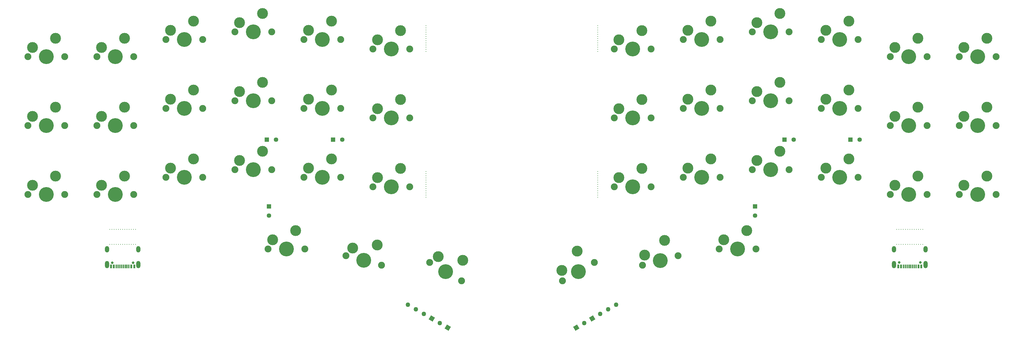
<source format=gbr>
%TF.GenerationSoftware,KiCad,Pcbnew,7.0.1-0*%
%TF.CreationDate,2023-10-15T20:39:52+08:00*%
%TF.ProjectId,qhws42_v2,71687773-3432-45f7-9632-2e6b69636164,rev?*%
%TF.SameCoordinates,Original*%
%TF.FileFunction,Soldermask,Top*%
%TF.FilePolarity,Negative*%
%FSLAX46Y46*%
G04 Gerber Fmt 4.6, Leading zero omitted, Abs format (unit mm)*
G04 Created by KiCad (PCBNEW 7.0.1-0) date 2023-10-15 20:39:52*
%MOMM*%
%LPD*%
G01*
G04 APERTURE LIST*
G04 Aperture macros list*
%AMHorizOval*
0 Thick line with rounded ends*
0 $1 width*
0 $2 $3 position (X,Y) of the first rounded end (center of the circle)*
0 $4 $5 position (X,Y) of the second rounded end (center of the circle)*
0 Add line between two ends*
20,1,$1,$2,$3,$4,$5,0*
0 Add two circle primitives to create the rounded ends*
1,1,$1,$2,$3*
1,1,$1,$4,$5*%
%AMRotRect*
0 Rectangle, with rotation*
0 The origin of the aperture is its center*
0 $1 length*
0 $2 width*
0 $3 Rotation angle, in degrees counterclockwise*
0 Add horizontal line*
21,1,$1,$2,0,0,$3*%
G04 Aperture macros list end*
%ADD10C,1.900000*%
%ADD11C,3.000000*%
%ADD12C,4.100000*%
%ADD13C,0.300000*%
%ADD14C,0.700000*%
%ADD15R,0.600000X1.100000*%
%ADD16R,0.300000X1.100000*%
%ADD17O,1.200000X2.000000*%
%ADD18O,1.200000X1.800000*%
%ADD19R,1.270000X1.270000*%
%ADD20O,1.270000X1.270000*%
%ADD21RotRect,1.270000X1.270000X60.000000*%
%ADD22HorizOval,1.270000X0.000000X0.000000X0.000000X0.000000X0*%
%ADD23RotRect,1.270000X1.270000X300.000000*%
%ADD24HorizOval,1.270000X0.000000X0.000000X0.000000X0.000000X0*%
G04 APERTURE END LIST*
D10*
%TO.C,SW19*%
X80264000Y-91248000D03*
D11*
X81534000Y-88708000D03*
D12*
X85344000Y-91248000D03*
D11*
X87884000Y-86168000D03*
D10*
X90424000Y-91248000D03*
%TD*%
%TO.C,SW2*%
X33020000Y-38100000D03*
D11*
X34290000Y-35560000D03*
D12*
X38100000Y-38100000D03*
D11*
X40640000Y-33020000D03*
D10*
X43180000Y-38100000D03*
%TD*%
%TO.C,SW4*%
X71120000Y-31242000D03*
D11*
X72390000Y-28702000D03*
D12*
X76200000Y-31242000D03*
D11*
X78740000Y-26162000D03*
D10*
X81280000Y-31242000D03*
%TD*%
%TO.C,SW15*%
X52070000Y-71436000D03*
D11*
X53340000Y-68896000D03*
D12*
X57150000Y-71436000D03*
D11*
X59690000Y-66356000D03*
D10*
X62230000Y-71436000D03*
%TD*%
%TO.C,SW9*%
X52070000Y-52386000D03*
D11*
X53340000Y-49846000D03*
D12*
X57150000Y-52386000D03*
D11*
X59690000Y-47306000D03*
D10*
X62230000Y-52386000D03*
%TD*%
%TO.C,SW39*%
X271145000Y-76200000D03*
D11*
X272415000Y-73660000D03*
D12*
X276225000Y-76200000D03*
D11*
X278765000Y-71120000D03*
D10*
X281305000Y-76200000D03*
%TD*%
%TO.C,SW34*%
X175895000Y-74104000D03*
D11*
X177165000Y-71564000D03*
D12*
X180975000Y-74104000D03*
D11*
X183515000Y-69024000D03*
D10*
X186055000Y-74104000D03*
%TD*%
%TO.C,SW1*%
X13970000Y-38100000D03*
D11*
X15240000Y-35560000D03*
D12*
X19050000Y-38100000D03*
D11*
X21590000Y-33020000D03*
D10*
X24130000Y-38100000D03*
%TD*%
%TO.C,SW29*%
X194945000Y-52386000D03*
D11*
X196215000Y-49846000D03*
D12*
X200025000Y-52386000D03*
D11*
X202565000Y-47306000D03*
D10*
X205105000Y-52386000D03*
%TD*%
D13*
%TO.C,REF\u002A\u002A*%
X253888640Y-90017600D03*
X254483000Y-90017600D03*
X255079800Y-90017600D03*
X255673550Y-90017600D03*
X256267300Y-90017600D03*
X256861050Y-90017600D03*
X257454800Y-90017600D03*
X258048550Y-90017600D03*
X258642300Y-90017600D03*
X259236050Y-90017600D03*
X259829800Y-90017600D03*
X260426600Y-90017600D03*
X261020960Y-90017600D03*
%TD*%
D10*
%TO.C,SW32*%
X252095000Y-57150000D03*
D11*
X253365000Y-54610000D03*
D12*
X257175000Y-57150000D03*
D11*
X259715000Y-52070000D03*
D10*
X262255000Y-57150000D03*
%TD*%
%TO.C,SW42*%
X204851000Y-91248000D03*
D11*
X206121000Y-88708000D03*
D12*
X209931000Y-91248000D03*
D11*
X212471000Y-86168000D03*
D10*
X215011000Y-91248000D03*
%TD*%
%TO.C,SW36*%
X213995000Y-69342000D03*
D11*
X215265000Y-66802000D03*
D12*
X219075000Y-69342000D03*
D11*
X221615000Y-64262000D03*
D10*
X224155000Y-69342000D03*
%TD*%
D13*
%TO.C,REF\u002A\u002A*%
X36565040Y-90017600D03*
X37159400Y-90017600D03*
X37756200Y-90017600D03*
X38349950Y-90017600D03*
X38943700Y-90017600D03*
X39537450Y-90017600D03*
X40131200Y-90017600D03*
X40724950Y-90017600D03*
X41318700Y-90017600D03*
X41912450Y-90017600D03*
X42506200Y-90017600D03*
X43103000Y-90017600D03*
X43697360Y-90017600D03*
%TD*%
D10*
%TO.C,SW16*%
X71120000Y-69342000D03*
D11*
X72390000Y-66802000D03*
D12*
X76200000Y-69342000D03*
D11*
X78740000Y-64262000D03*
D10*
X81280000Y-69342000D03*
%TD*%
%TO.C,SW23*%
X194945000Y-33336000D03*
D11*
X196215000Y-30796000D03*
D12*
X200025000Y-33336000D03*
D11*
X202565000Y-28256000D03*
D10*
X205105000Y-33336000D03*
%TD*%
D13*
%TO.C,REF\u002A\u002A*%
X123926600Y-36687760D03*
X123926600Y-36093400D03*
X123926600Y-35496600D03*
X123926600Y-34902850D03*
X123926600Y-34309100D03*
X123926600Y-33715350D03*
X123926600Y-33121600D03*
X123926600Y-32527850D03*
X123926600Y-31934100D03*
X123926600Y-31340350D03*
X123926600Y-30746600D03*
X123926600Y-30149800D03*
X123926600Y-29555440D03*
%TD*%
%TO.C,REF\u002A\u002A*%
X123926600Y-76972160D03*
X123926600Y-76377800D03*
X123926600Y-75781000D03*
X123926600Y-75187250D03*
X123926600Y-74593500D03*
X123926600Y-73999750D03*
X123926600Y-73406000D03*
X123926600Y-72812250D03*
X123926600Y-72218500D03*
X123926600Y-71624750D03*
X123926600Y-71031000D03*
X123926600Y-70434200D03*
X123926600Y-69839840D03*
%TD*%
%TO.C,*%
X171323000Y-30149800D03*
%TD*%
%TO.C,*%
X123926600Y-30149800D03*
%TD*%
D10*
%TO.C,SW37*%
X233045000Y-71436000D03*
D11*
X234315000Y-68896000D03*
D12*
X238125000Y-71436000D03*
D11*
X240665000Y-66356000D03*
D10*
X243205000Y-71436000D03*
%TD*%
%TO.C,SW31*%
X233045000Y-52386000D03*
D11*
X234315000Y-49846000D03*
D12*
X238125000Y-52386000D03*
D11*
X240665000Y-47306000D03*
D10*
X243205000Y-52386000D03*
%TD*%
D13*
%TO.C,REF\u002A\u002A*%
X171323000Y-36687760D03*
X171323000Y-36093400D03*
X171323000Y-35496600D03*
X171323000Y-34902850D03*
X171323000Y-34309100D03*
X171323000Y-33715350D03*
X171323000Y-33121600D03*
X171323000Y-32527850D03*
X171323000Y-31934100D03*
X171323000Y-31340350D03*
X171323000Y-30746600D03*
X171323000Y-30149800D03*
X171323000Y-29555440D03*
%TD*%
D14*
%TO.C,USB1*%
X43022130Y-95047226D03*
X37242130Y-95047226D03*
D15*
X43332130Y-96117226D03*
X42532130Y-96117226D03*
D16*
X41882130Y-96117226D03*
X41382130Y-96117226D03*
X40882130Y-96117226D03*
X40382130Y-96117226D03*
X39882130Y-96117226D03*
X39382130Y-96117226D03*
X38882130Y-96117226D03*
X38382130Y-96117226D03*
D15*
X37732130Y-96117226D03*
X36932130Y-96117226D03*
D17*
X44457130Y-95567226D03*
D18*
X44457130Y-91367226D03*
D17*
X35807130Y-95567226D03*
D18*
X35807130Y-91367226D03*
%TD*%
D10*
%TO.C,SW22*%
X175895000Y-36004000D03*
D11*
X177165000Y-33464000D03*
D12*
X180975000Y-36004000D03*
D11*
X183515000Y-30924000D03*
D10*
X186055000Y-36004000D03*
%TD*%
%TO.C,SW14*%
X33020000Y-76200000D03*
D11*
X34290000Y-73660000D03*
D12*
X38100000Y-76200000D03*
D11*
X40640000Y-71120000D03*
D10*
X43180000Y-76200000D03*
%TD*%
%TO.C,SW30*%
X213995000Y-50292000D03*
D11*
X215265000Y-47752000D03*
D12*
X219075000Y-50292000D03*
D11*
X221615000Y-45212000D03*
D10*
X224155000Y-50292000D03*
%TD*%
D13*
%TO.C,REF\u002A\u002A*%
X36565040Y-85826600D03*
X37159400Y-85826600D03*
X37756200Y-85826600D03*
X38349950Y-85826600D03*
X38943700Y-85826600D03*
X39537450Y-85826600D03*
X40131200Y-85826600D03*
X40724950Y-85826600D03*
X41318700Y-85826600D03*
X41912450Y-85826600D03*
X42506200Y-85826600D03*
X43103000Y-85826600D03*
X43697360Y-85826600D03*
%TD*%
D10*
%TO.C,SW38*%
X252095000Y-76200000D03*
D11*
X253365000Y-73660000D03*
D12*
X257175000Y-76200000D03*
D11*
X259715000Y-71120000D03*
D10*
X262255000Y-76200000D03*
%TD*%
%TO.C,SW17*%
X90170000Y-71436000D03*
D11*
X91440000Y-68896000D03*
D12*
X95250000Y-71436000D03*
D11*
X97790000Y-66356000D03*
D10*
X100330000Y-71436000D03*
%TD*%
%TO.C,SW25*%
X233045000Y-33336000D03*
D11*
X234315000Y-30796000D03*
D12*
X238125000Y-33336000D03*
D11*
X240665000Y-28256000D03*
D10*
X243205000Y-33336000D03*
%TD*%
%TO.C,SW28*%
X175895000Y-55054000D03*
D11*
X177165000Y-52514000D03*
D12*
X180975000Y-55054000D03*
D11*
X183515000Y-49974000D03*
D10*
X186055000Y-55054000D03*
%TD*%
%TO.C,SW21*%
X124937925Y-94967447D03*
D11*
X127307777Y-93402742D03*
D12*
X129337334Y-97507447D03*
D11*
X134077039Y-94378038D03*
D10*
X133736743Y-100047447D03*
%TD*%
D14*
%TO.C,USB2*%
X260345010Y-95046046D03*
X254565010Y-95046046D03*
D15*
X260655010Y-96116046D03*
X259855010Y-96116046D03*
D16*
X259205010Y-96116046D03*
X258705010Y-96116046D03*
X258205010Y-96116046D03*
X257705010Y-96116046D03*
X257205010Y-96116046D03*
X256705010Y-96116046D03*
X256205010Y-96116046D03*
X255705010Y-96116046D03*
D15*
X255055010Y-96116046D03*
X254255010Y-96116046D03*
D17*
X261780010Y-95566046D03*
D18*
X261780010Y-91366046D03*
D17*
X253130010Y-95566046D03*
D18*
X253130010Y-91366046D03*
%TD*%
D10*
%TO.C,SW41*%
X183700484Y-95768440D03*
D11*
X184269809Y-92986288D03*
D12*
X188607387Y-94453639D03*
D11*
X189746038Y-88889335D03*
D10*
X193514290Y-93138838D03*
%TD*%
%TO.C,SW33*%
X271145000Y-57150000D03*
D11*
X272415000Y-54610000D03*
D12*
X276225000Y-57150000D03*
D11*
X278765000Y-52070000D03*
D10*
X281305000Y-57150000D03*
%TD*%
D13*
%TO.C,REF\u002A\u002A*%
X171323000Y-76972160D03*
X171323000Y-76377800D03*
X171323000Y-75781000D03*
X171323000Y-75187250D03*
X171323000Y-74593500D03*
X171323000Y-73999750D03*
X171323000Y-73406000D03*
X171323000Y-72812250D03*
X171323000Y-72218500D03*
X171323000Y-71624750D03*
X171323000Y-71031000D03*
X171323000Y-70434200D03*
X171323000Y-69839840D03*
%TD*%
%TO.C,REF\u002A\u002A*%
X253888640Y-85826600D03*
X254483000Y-85826600D03*
X255079800Y-85826600D03*
X255673550Y-85826600D03*
X256267300Y-85826600D03*
X256861050Y-85826600D03*
X257454800Y-85826600D03*
X258048550Y-85826600D03*
X258642300Y-85826600D03*
X259236050Y-85826600D03*
X259829800Y-85826600D03*
X260426600Y-85826600D03*
X261020960Y-85826600D03*
%TD*%
D10*
%TO.C,SW20*%
X101761988Y-93129132D03*
D11*
X103646114Y-91004381D03*
D12*
X106668891Y-94443933D03*
D11*
X110437143Y-90194430D03*
D10*
X111575794Y-95758734D03*
%TD*%
%TO.C,SW11*%
X90170000Y-52386000D03*
D11*
X91440000Y-49846000D03*
D12*
X95250000Y-52386000D03*
D11*
X97790000Y-47306000D03*
D10*
X100330000Y-52386000D03*
%TD*%
%TO.C,SW3*%
X52070000Y-33336000D03*
D11*
X53340000Y-30796000D03*
D12*
X57150000Y-33336000D03*
D11*
X59690000Y-28256000D03*
D10*
X62230000Y-33336000D03*
%TD*%
%TO.C,SW7*%
X13970000Y-57150000D03*
D11*
X15240000Y-54610000D03*
D12*
X19050000Y-57150000D03*
D11*
X21590000Y-52070000D03*
D10*
X24130000Y-57150000D03*
%TD*%
%TO.C,SW6*%
X109220000Y-36004000D03*
D11*
X110490000Y-33464000D03*
D12*
X114300000Y-36004000D03*
D11*
X116840000Y-30924000D03*
D10*
X119380000Y-36004000D03*
%TD*%
%TO.C,SW24*%
X213995000Y-31242000D03*
D11*
X215265000Y-28702000D03*
D12*
X219075000Y-31242000D03*
D11*
X221615000Y-26162000D03*
D10*
X224155000Y-31242000D03*
%TD*%
%TO.C,SW18*%
X109220000Y-74104000D03*
D11*
X110490000Y-71564000D03*
D12*
X114300000Y-74104000D03*
D11*
X116840000Y-69024000D03*
D10*
X119380000Y-74104000D03*
%TD*%
%TO.C,SW35*%
X194945000Y-71436000D03*
D11*
X196215000Y-68896000D03*
D12*
X200025000Y-71436000D03*
D11*
X202565000Y-66356000D03*
D10*
X205105000Y-71436000D03*
%TD*%
%TO.C,SW12*%
X109220000Y-55054000D03*
D11*
X110490000Y-52514000D03*
D12*
X114300000Y-55054000D03*
D11*
X116840000Y-49974000D03*
D10*
X119380000Y-55054000D03*
%TD*%
%TO.C,SW40*%
X161543281Y-100066197D03*
D11*
X161373133Y-97231492D03*
D12*
X165942690Y-97526197D03*
D11*
X165602395Y-91856788D03*
D10*
X170342099Y-94986197D03*
%TD*%
%TO.C,SW13*%
X13970000Y-76200000D03*
D11*
X15240000Y-73660000D03*
D12*
X19050000Y-76200000D03*
D11*
X21590000Y-71120000D03*
D10*
X24130000Y-76200000D03*
%TD*%
%TO.C,SW26*%
X252095000Y-38100000D03*
D11*
X253365000Y-35560000D03*
D12*
X257175000Y-38100000D03*
D11*
X259715000Y-33020000D03*
D10*
X262255000Y-38100000D03*
%TD*%
%TO.C,SW10*%
X71120000Y-50292000D03*
D11*
X72390000Y-47752000D03*
D12*
X76200000Y-50292000D03*
D11*
X78740000Y-45212000D03*
D10*
X81280000Y-50292000D03*
%TD*%
%TO.C,SW5*%
X90170000Y-33336000D03*
D11*
X91440000Y-30796000D03*
D12*
X95250000Y-33336000D03*
D11*
X97790000Y-28256000D03*
D10*
X100330000Y-33336000D03*
%TD*%
%TO.C,SW8*%
X33020000Y-57150000D03*
D11*
X34290000Y-54610000D03*
D12*
X38100000Y-57150000D03*
D11*
X40640000Y-52070000D03*
D10*
X43180000Y-57150000D03*
%TD*%
%TO.C,SW27*%
X271145000Y-38100000D03*
D11*
X272415000Y-35560000D03*
D12*
X276225000Y-38100000D03*
D11*
X278765000Y-33020000D03*
D10*
X281305000Y-38100000D03*
%TD*%
D19*
%TO.C,J1*%
X98196400Y-61036200D03*
D20*
X100736400Y-61036200D03*
%TD*%
D19*
%TO.C,J2*%
X79984600Y-61036200D03*
D20*
X82524600Y-61036200D03*
%TD*%
D21*
%TO.C,J5*%
X125500000Y-110500000D03*
D22*
X123300295Y-109230000D03*
X121100591Y-107960000D03*
X118900886Y-106690000D03*
%TD*%
D21*
%TO.C,J6*%
X129899409Y-113040000D03*
D22*
X127699704Y-111770000D03*
%TD*%
D19*
%TO.C,J4*%
X222848400Y-61037200D03*
D20*
X225388400Y-61037200D03*
%TD*%
D23*
%TO.C,J8*%
X165376000Y-113039787D03*
D24*
X167575705Y-111769787D03*
%TD*%
D19*
%TO.C,J10*%
X214757500Y-79502000D03*
D20*
X214757500Y-82042000D03*
%TD*%
D19*
%TO.C,J3*%
X241060200Y-61037200D03*
D20*
X243600200Y-61037200D03*
%TD*%
D19*
%TO.C,J9*%
X80518000Y-79502000D03*
D20*
X80518000Y-82042000D03*
%TD*%
D23*
%TO.C,J7*%
X169775409Y-110499787D03*
D24*
X171975114Y-109229787D03*
X174174818Y-107959787D03*
X176374523Y-106689787D03*
%TD*%
M02*

</source>
